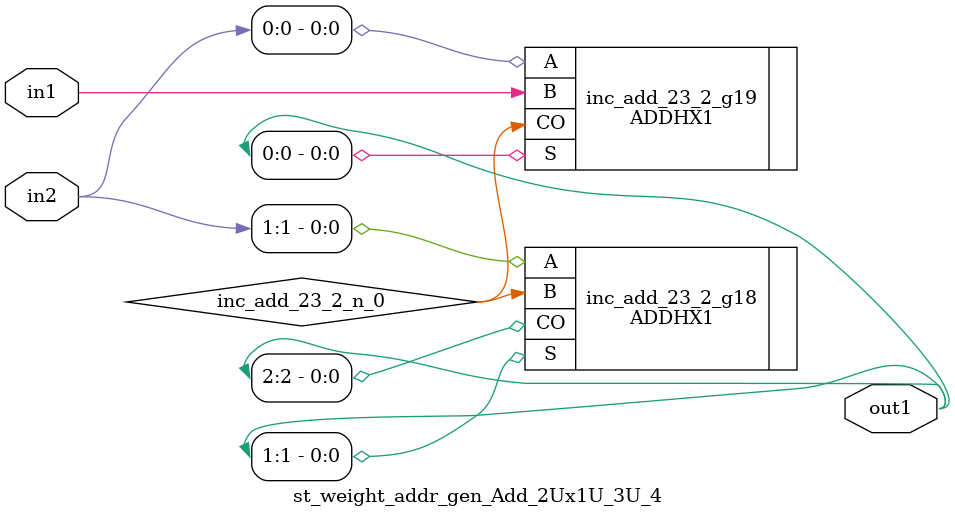
<source format=v>
`timescale 1ps / 1ps


module st_weight_addr_gen_Add_2Ux1U_3U_4(in2, in1, out1);
  input [1:0] in2;
  input in1;
  output [2:0] out1;
  wire [1:0] in2;
  wire in1;
  wire [2:0] out1;
  wire inc_add_23_2_n_0;
  ADDHX1 inc_add_23_2_g18(.A (in2[1]), .B (inc_add_23_2_n_0), .CO
       (out1[2]), .S (out1[1]));
  ADDHX1 inc_add_23_2_g19(.A (in2[0]), .B (in1), .CO
       (inc_add_23_2_n_0), .S (out1[0]));
endmodule



</source>
